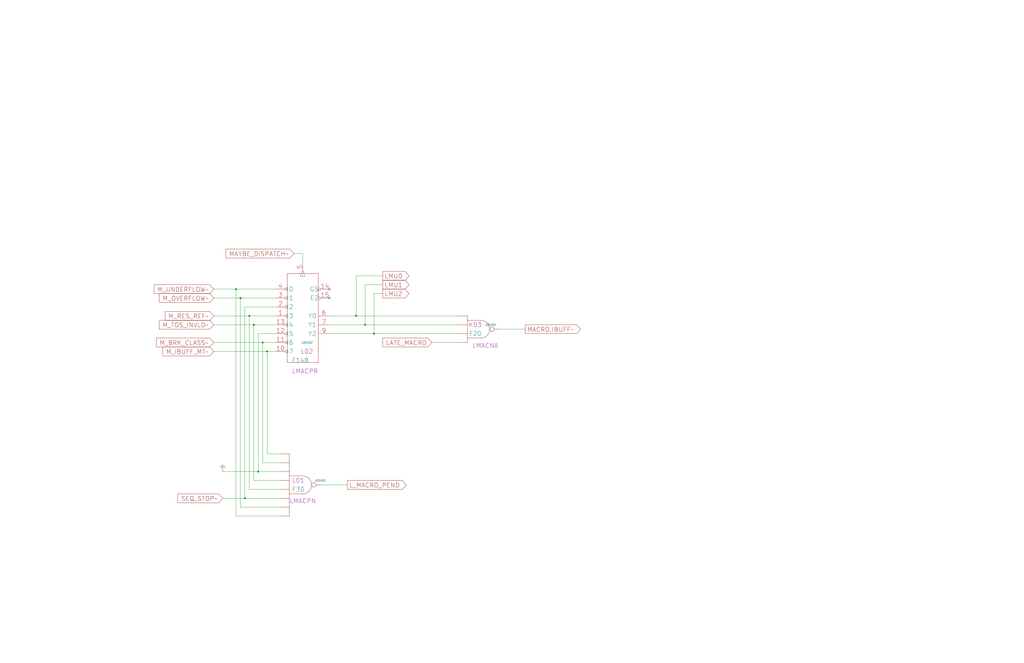
<source format=kicad_sch>
(kicad_sch (version 20230121) (generator eeschema)
  (paper "User" 584.2 378.46)
  (title_block (title "LATE MACRO EVENT ADDR GEN.") (date "22-MAY-90") (rev "1.0") (comment 1 "SEQUENCER") (comment 2 "232-003064") (comment 3 "S400") (comment 4 "RELEASED"))
  (lib_symbols
    (symbol "r1000:F148" (pin_names (offset 1.016))
      (property "Reference" "U" (at 2.54 5.08 0))
      (property "Value" "F148" (at -6.35 -5.08 0))
      (property "Location" "___" (at -1.27 0 0))
      (property "Name" "______" (at 1.27 -12.7 0))
      (symbol "F148_1_1"
        (circle (center -9.525 0) (radius 0.635))
        (circle (center -9.525 5.08) (radius 0.635))
        (circle (center -9.525 10.16) (radius 0.635))
        (circle (center -9.525 15.24) (radius 0.635))
        (circle (center -9.525 20.32) (radius 0.635))
        (circle (center -9.525 25.4) (radius 0.635))
        (circle (center -9.525 30.48) (radius 0.635))
        (circle (center -9.525 35.56) (radius 0.635))
        (rectangle (start -8.89 44.45) (end 8.89 -6.35))
        (circle (center 0 45.085) (radius 0.635))
        (circle (center 9.525 30.48) (radius 0.635))
        (circle (center 9.525 35.56) (radius 0.635))
        (pin input line (at -15.24 20.32 0) (length 5.08) (name "I3") (number "1"))
        (pin input line (at -15.24 0 0) (length 5.08) (name "I7") (number "10"))
        (pin input line (at -15.24 5.08 0) (length 5.08) (name "I6") (number "11"))
        (pin input line (at -15.24 10.16 0) (length 5.08) (name "I5") (number "12"))
        (pin input line (at -15.24 15.24 0) (length 5.08) (name "I4") (number "13"))
        (pin output line (at 15.24 35.56 180) (length 5.08) (name "GS") (number "14"))
        (pin output line (at 15.24 30.48 180) (length 5.08) (name "EZ") (number "15"))
        (pin input line (at -15.24 25.4 0) (length 5.08) (name "I2") (number "2"))
        (pin input line (at -15.24 30.48 0) (length 5.08) (name "I1") (number "3"))
        (pin input line (at -15.24 35.56 0) (length 5.08) (name "I0") (number "4"))
        (pin input line (at 0 50.8 270) (length 5.08) (name "E") (number "5"))
        (pin output line (at 15.24 20.32 180) (length 6.35) (name "Y0") (number "6"))
        (pin output line (at 15.24 15.24 180) (length 6.35) (name "Y1") (number "7"))
        (pin output line (at 15.24 10.16 180) (length 6.35) (name "Y2") (number "9"))
      )
    )
    (symbol "r1000:F20" (pin_numbers hide) (pin_names hide)
      (property "Reference" "U" (at 8.255 2.54 0))
      (property "Value" "F20" (at -0.635 -2.54 0))
      (property "Location" "___" (at -0.635 2.54 0))
      (property "Name" "______" (at 5.08 -10.795 0))
      (symbol "F20_0_1"
        (polyline (pts (xy -5.08 -5.08) (xy -5.08 -7.62)) (stroke (width 0.1524)))
        (polyline (pts (xy -5.08 5.08) (xy -5.08 -5.08)) (stroke (width 0.1524)))
        (polyline (pts (xy -5.08 7.62) (xy -5.08 5.08)) (stroke (width 0.1524)))
        (polyline (pts (xy 2.54 -5.08) (xy -5.08 -5.08)) (stroke (width 0.1524)))
        (polyline (pts (xy 2.54 5.08) (xy -5.08 5.08)) (stroke (width 0.1524)))
        (arc (start 2.54 -5.08) (mid 7.5882 0) (end 2.54 5.08) (stroke (width 0.1524)))
        (circle (center 8.89 0) (radius 1.27) (stroke (width 0.1524)))
      )
      (symbol "F20_0_2"
        (circle (center -7.62 -7.62) (radius 1.27) (stroke (width 0.1524)))
        (circle (center -7.62 7.62) (radius 1.27) (stroke (width 0.1524)))
        (circle (center -6.985 -2.54) (radius 1.27) (stroke (width 0.1524)))
        (circle (center -6.985 2.54) (radius 1.27) (stroke (width 0.1524)))
        (arc (start -6.35 -7.62) (mid -5.3975 0) (end -6.35 7.62) (stroke (width 0.1524)))
        (polyline (pts (xy -5.715 -5.08) (xy 1.27 -5.08)) (stroke (width 0.1524)))
        (polyline (pts (xy -5.715 5.08) (xy 1.27 5.08)) (stroke (width 0.1524)))
        (arc (start 1.27 -5.08) (mid 5.0518 -3.2985) (end 7.62 0) (stroke (width 0.1524)))
        (arc (start 7.62 0) (mid 5.0518 3.2985) (end 1.27 5.08) (stroke (width 0.1524)))
      )
      (symbol "F20_1_1"
        (pin input line (at -10.16 7.62 0) (length 5.08) (name "D0") (number "1"))
        (pin input line (at -10.16 2.54 0) (length 5.08) (name "D1") (number "2"))
        (pin input line (at -10.16 -2.54 0) (length 5.08) (name "D2") (number "4"))
        (pin input line (at -10.16 -7.62 0) (length 5.08) (name "D3") (number "5"))
        (pin output line (at 12.7 0 180) (length 2.54) (name "Q") (number "6"))
      )
      (symbol "F20_1_2"
        (pin input line (at -10.16 7.62 0) (length 1.27) (name "D0") (number "1"))
        (pin input line (at -10.16 2.54 0) (length 1.905) (name "D1") (number "2"))
        (pin input line (at -10.16 -2.54 0) (length 1.905) (name "D2") (number "4"))
        (pin input line (at -10.16 -7.62 0) (length 1.27) (name "D3") (number "5"))
        (pin output line (at 12.7 0 180) (length 5.08) (name "Q") (number "6"))
      )
    )
    (symbol "r1000:F30" (pin_numbers hide) (pin_names hide)
      (property "Reference" "U" (at 15.24 2.54 0))
      (property "Value" "F30" (at 2.54 -2.54 0))
      (property "Location" "___" (at 2.54 2.54 0))
      (property "Name" "______" (at 5.08 -10.62 0))
      (symbol "F30_0_0"
        (polyline (pts (xy -2.54 -5.08) (xy 5.08 -5.08)) (stroke (width 0.1524)))
        (polyline (pts (xy -2.54 5.08) (xy 5.08 5.08)) (stroke (width 0.1524)))
        (arc (start 5.08 -5.08) (mid 8.6721 -3.5921) (end 10.16 0) (stroke (width 0.1524)))
        (arc (start 10.16 0) (mid 8.6721 3.5921) (end 5.08 5.08) (stroke (width 0.1524)))
        (circle (center 11.43 0) (radius 1.27) (stroke (width 0.1524)))
      )
      (symbol "F30_0_1"
        (polyline (pts (xy -2.54 -7.62) (xy -2.54 -17.78)) (stroke (width 0.1524)))
        (polyline (pts (xy -2.54 -5.08) (xy -2.54 -7.62)) (stroke (width 0.1524)))
        (polyline (pts (xy -2.54 5.08) (xy -2.54 -5.08)) (stroke (width 0.1524)))
        (polyline (pts (xy -2.54 7.62) (xy -2.54 5.08)) (stroke (width 0.1524)))
        (polyline (pts (xy -2.54 17.145) (xy -2.54 7.62)) (stroke (width 0.1524)))
        (polyline (pts (xy -2.54 17.78) (xy -2.54 17.145)) (stroke (width 0.1524)))
      )
      (symbol "F30_1_1"
        (pin input line (at -7.62 7.62 0) (length 5.08) (name "D2") (number "1"))
        (pin input line (at -7.62 17.78 0) (length 5.08) (name "D0") (number "11"))
        (pin input line (at -7.62 12.7 0) (length 5.08) (name "D1") (number "12"))
        (pin input line (at -7.62 2.54 0) (length 5.08) (name "D3") (number "2"))
        (pin input line (at -7.62 -2.54 0) (length 5.08) (name "D4") (number "3"))
        (pin input line (at -7.62 -7.62 0) (length 5.08) (name "D5") (number "4"))
        (pin input line (at -7.62 -12.7 0) (length 5.08) (name "D6") (number "5"))
        (pin input line (at -7.62 -17.78 0) (length 5.08) (name "D7") (number "6"))
        (pin output line (at 15.24 0 180) (length 2.54) (name "Q") (number "8"))
      )
    )
    (symbol "r1000:PU" (power) (pin_numbers hide) (pin_names hide)
      (symbol "PU_0_1"
        (polyline (pts (xy 0 2.54) (xy -1.27 2.54) (xy 0 3.81) (xy 1.27 2.54) (xy 0 2.54)) (stroke (width 0.1524)))
      )
      (symbol "PU_1_1"
        (pin power_in line (at 0 0 90) (length 2.54) (name "PU") (number "1"))
      )
    )
  )
  (junction (at 139.7 284.48))
  (junction (at 203.2 180.34))
  (junction (at 213.36 190.5))
  (junction (at 147.32 269.24))
  (junction (at 134.62 165.1))
  (junction (at 144.78 185.42))
  (junction (at 152.4 200.66))
  (junction (at 137.16 170.18))
  (junction (at 142.24 180.34))
  (junction (at 149.86 195.58))
  (junction (at 208.28 185.42))
  (no_connect (at 187.96 170.18))
  (no_connect (at 187.96 165.1))
  (wire (pts (xy 208.28 162.56) (xy 208.28 185.42)))
  (wire (pts (xy 213.36 190.5) (xy 261.62 190.5)))
  (wire (pts (xy 149.86 195.58) (xy 157.48 195.58)))
  (wire (pts (xy 152.4 200.66) (xy 152.4 259.08)))
  (wire (pts (xy 187.96 190.5) (xy 213.36 190.5)))
  (wire (pts (xy 121.92 165.1) (xy 134.62 165.1)))
  (wire (pts (xy 139.7 284.48) (xy 160.02 284.48)))
  (wire (pts (xy 144.78 185.42) (xy 144.78 274.32)))
  (wire (pts (xy 134.62 165.1) (xy 134.62 294.64)))
  (wire (pts (xy 139.7 175.26) (xy 139.7 284.48)))
  (wire (pts (xy 121.92 200.66) (xy 152.4 200.66)))
  (wire (pts (xy 284.48 187.96) (xy 299.72 187.96)))
  (wire (pts (xy 142.24 180.34) (xy 157.48 180.34)))
  (wire (pts (xy 167.64 144.78) (xy 172.72 144.78)))
  (wire (pts (xy 187.96 180.34) (xy 203.2 180.34)))
  (wire (pts (xy 142.24 279.4) (xy 142.24 180.34)))
  (wire (pts (xy 208.28 185.42) (xy 261.62 185.42)))
  (wire (pts (xy 144.78 274.32) (xy 160.02 274.32)))
  (wire (pts (xy 127 269.24) (xy 147.32 269.24)))
  (wire (pts (xy 149.86 195.58) (xy 149.86 264.16)))
  (wire (pts (xy 127 284.48) (xy 139.7 284.48)))
  (wire (pts (xy 182.88 276.86) (xy 198.12 276.86)))
  (wire (pts (xy 149.86 264.16) (xy 160.02 264.16)))
  (wire (pts (xy 246.38 195.58) (xy 261.62 195.58)))
  (wire (pts (xy 203.2 157.48) (xy 203.2 180.34)))
  (wire (pts (xy 137.16 170.18) (xy 157.48 170.18)))
  (wire (pts (xy 203.2 180.34) (xy 261.62 180.34)))
  (wire (pts (xy 137.16 289.56) (xy 137.16 170.18)))
  (wire (pts (xy 160.02 259.08) (xy 152.4 259.08)))
  (wire (pts (xy 147.32 190.5) (xy 147.32 269.24)))
  (wire (pts (xy 218.44 157.48) (xy 203.2 157.48)))
  (wire (pts (xy 172.72 149.86) (xy 172.72 144.78)))
  (wire (pts (xy 160.02 279.4) (xy 142.24 279.4)))
  (wire (pts (xy 121.92 180.34) (xy 142.24 180.34)))
  (wire (pts (xy 144.78 185.42) (xy 157.48 185.42)))
  (wire (pts (xy 213.36 167.64) (xy 213.36 190.5)))
  (wire (pts (xy 152.4 200.66) (xy 157.48 200.66)))
  (wire (pts (xy 218.44 162.56) (xy 208.28 162.56)))
  (wire (pts (xy 121.92 170.18) (xy 137.16 170.18)))
  (wire (pts (xy 134.62 294.64) (xy 160.02 294.64)))
  (wire (pts (xy 160.02 289.56) (xy 137.16 289.56)))
  (wire (pts (xy 187.96 185.42) (xy 208.28 185.42)))
  (wire (pts (xy 218.44 167.64) (xy 213.36 167.64)))
  (wire (pts (xy 147.32 190.5) (xy 157.48 190.5)))
  (wire (pts (xy 147.32 269.24) (xy 160.02 269.24)))
  (wire (pts (xy 134.62 165.1) (xy 157.48 165.1)))
  (wire (pts (xy 121.92 185.42) (xy 144.78 185.42)))
  (wire (pts (xy 121.92 195.58) (xy 149.86 195.58)))
  (wire (pts (xy 157.48 175.26) (xy 139.7 175.26)))
  (global_label "M_BRK_CLASS~" (shape input) (at 121.92 195.58 180) (effects (font (size 2.54 2.54))) (property "Intersheetrefs" "${INTERSHEET_REFS}" (at 89.275 195.4213 0) (effects (font (size 1.905 1.905)) (justify right))))
  (global_label "LMU1" (shape output) (at 218.44 162.56 0) (effects (font (size 2.54 2.54))) (property "Intersheetrefs" "${INTERSHEET_REFS}" (at 234.4801 162.56 0) (effects (justify left))))
  (global_label "MACRO.IBUFF~" (shape output) (at 299.72 187.96 0) (effects (font (size 2.54 2.54))) (property "Intersheetrefs" "${INTERSHEET_REFS}" (at 331.1555 187.8013 0) (effects (font (size 1.905 1.905)) (justify left))))
  (global_label "MAYBE_DISPATCH~" (shape input) (at 167.64 144.78 180) (effects (font (size 2.54 2.54))) (property "Intersheetrefs" "${INTERSHEET_REFS}" (at 128.9473 144.6213 0) (effects (font (size 1.905 1.905)) (justify right))))
  (global_label "LMU0" (shape output) (at 218.44 157.48 0) (effects (font (size 2.54 2.54))) (property "Intersheetrefs" "${INTERSHEET_REFS}" (at 234.4801 157.48 0) (effects (justify left))))
  (global_label "M_OVERFLOW~" (shape input) (at 121.92 170.18 180) (effects (font (size 2.54 2.54))) (property "Intersheetrefs" "${INTERSHEET_REFS}" (at 90.9683 170.0213 0) (effects (font (size 1.905 1.905)) (justify right))))
  (global_label "M_RES_REF~" (shape input) (at 121.92 180.34 180) (effects (font (size 2.54 2.54))) (property "Intersheetrefs" "${INTERSHEET_REFS}" (at 94.234 180.1813 0) (effects (font (size 1.905 1.905)) (justify right))))
  (global_label "LMU2" (shape output) (at 218.44 167.64 0) (effects (font (size 2.54 2.54))) (property "Intersheetrefs" "${INTERSHEET_REFS}" (at 234.4801 167.64 0) (effects (justify left))))
  (global_label "M_IBUFF_MT~" (shape input) (at 121.92 200.66 180) (effects (font (size 2.54 2.54))) (property "Intersheetrefs" "${INTERSHEET_REFS}" (at 92.9035 200.5013 0) (effects (font (size 1.905 1.905)) (justify right))))
  (global_label "LATE_MACRO" (shape input) (at 246.38 195.58 180) (effects (font (size 2.54 2.54))) (property "Intersheetrefs" "${INTERSHEET_REFS}" (at 218.3311 195.4213 0) (effects (font (size 1.905 1.905)) (justify right))))
  (global_label "M_TOS_INVLD~" (shape input) (at 121.92 185.42 180) (effects (font (size 2.54 2.54))) (property "Intersheetrefs" "${INTERSHEET_REFS}" (at 90.8473 185.2613 0) (effects (font (size 1.905 1.905)) (justify right))))
  (global_label "SEQ_STOP~" (shape input) (at 127 284.48 180) (effects (font (size 2.54 2.54))) (property "Intersheetrefs" "${INTERSHEET_REFS}" (at 101.4911 284.3213 0) (effects (font (size 1.905 1.905)) (justify right))))
  (global_label "L_MACRO_PEND" (shape output) (at 198.12 276.86 0) (effects (font (size 2.54 2.54))) (property "Intersheetrefs" "${INTERSHEET_REFS}" (at 231.7327 276.7013 0) (effects (font (size 1.905 1.905)) (justify left))))
  (global_label "M_UNDERFLOW~" (shape input) (at 121.92 165.1 180) (effects (font (size 2.54 2.54))) (property "Intersheetrefs" "${INTERSHEET_REFS}" (at 87.9445 164.9413 0) (effects (font (size 1.905 1.905)) (justify right))))
  (symbol (lib_id "r1000:F20") (at 271.78 187.96 0) (unit 1)
    (property "Reference" "U5404" (at 280.035 185.42 0))
    (property "Value" "F20" (at 271.145 190.5 0) (effects (font (size 2.54 2.54))))
    (property "Location" "K03" (at 271.145 185.42 0) (effects (font (size 2.54 2.54))))
    (property "Name" "LMACNA" (at 276.86 198.755 0) (effects (font (size 2.54 2.54)) (justify bottom)))
  )
  (symbol (lib_id "r1000:F148") (at 172.72 200.66 0) (unit 1)
    (property "Reference" "U5402" (at 175.26 195.58 0))
    (property "Value" "F148" (at 166.37 205.74 0) (effects (font (size 2.54 2.54)) (justify left)))
    (property "Location" "L02" (at 171.45 200.66 0) (effects (font (size 2.54 2.54)) (justify left)))
    (property "Name" "LMACPR" (at 173.99 213.36 0) (effects (font (size 2.54 2.54)) (justify bottom)))
  )
  (symbol (lib_id "r1000:F30") (at 167.64 276.86 0) (unit 1)
    (property "Reference" "U5401" (at 182.88 274.32 0))
    (property "Value" "F30" (at 170.18 279.4 0) (effects (font (size 2.54 2.54))))
    (property "Location" "L01" (at 170.18 274.32 0) (effects (font (size 2.54 2.54))))
    (property "Name" "LMACPN" (at 172.72 287.48 0) (effects (font (size 2.54 2.54)) (justify bottom)))
  )
  (symbol (lib_id "r1000:PU") (at 127 269.24 0) (unit 1)
    (property "Reference" "#PWR05401" (effects hide))
    (property "Value" "PU" (effects hide))
  )
)
</source>
